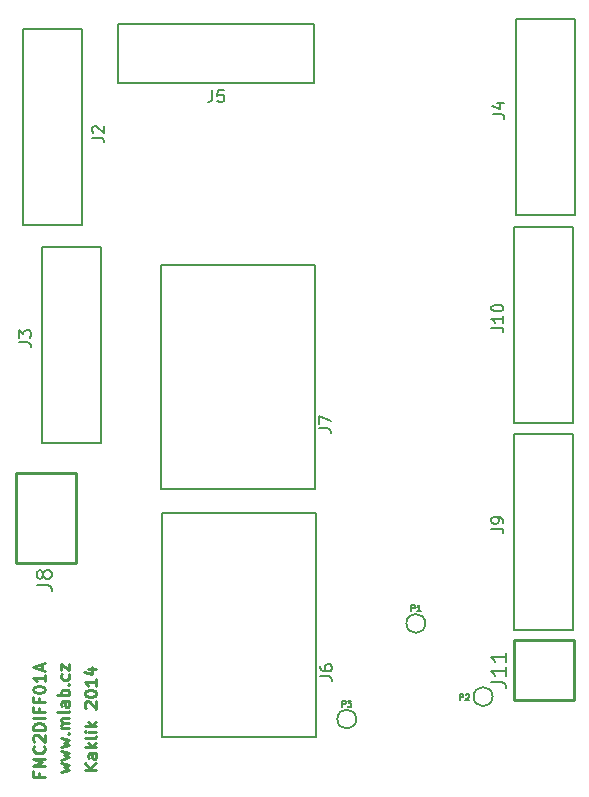
<source format=gto>
%FSLAX34Y34*%
G04 Gerber Fmt 3.4, Leading zero omitted, Abs format*
G04 (created by PCBNEW (2014-03-14 BZR 4749)-product) date Sat 15 Mar 2014 19:33:45 CET*
%MOIN*%
G01*
G70*
G90*
G04 APERTURE LIST*
%ADD10C,0.005906*%
%ADD11C,0.009843*%
%ADD12C,0.010000*%
%ADD13C,0.005000*%
%ADD14C,0.008000*%
G04 APERTURE END LIST*
G54D10*
G54D11*
X65315Y-50771D02*
X64922Y-50771D01*
X65315Y-50546D02*
X65090Y-50715D01*
X64922Y-50546D02*
X65147Y-50771D01*
X65315Y-50209D02*
X65109Y-50209D01*
X65072Y-50227D01*
X65053Y-50265D01*
X65053Y-50340D01*
X65072Y-50377D01*
X65297Y-50209D02*
X65315Y-50246D01*
X65315Y-50340D01*
X65297Y-50377D01*
X65259Y-50396D01*
X65222Y-50396D01*
X65184Y-50377D01*
X65165Y-50340D01*
X65165Y-50246D01*
X65147Y-50209D01*
X65315Y-50021D02*
X64922Y-50021D01*
X65165Y-49984D02*
X65315Y-49871D01*
X65053Y-49871D02*
X65203Y-50021D01*
X65315Y-49646D02*
X65297Y-49684D01*
X65259Y-49702D01*
X64922Y-49702D01*
X65315Y-49496D02*
X65053Y-49496D01*
X64922Y-49496D02*
X64940Y-49515D01*
X64959Y-49496D01*
X64940Y-49477D01*
X64922Y-49496D01*
X64959Y-49496D01*
X65315Y-49309D02*
X64922Y-49309D01*
X65165Y-49271D02*
X65315Y-49159D01*
X65053Y-49159D02*
X65203Y-49309D01*
X64959Y-48709D02*
X64940Y-48690D01*
X64922Y-48652D01*
X64922Y-48559D01*
X64940Y-48521D01*
X64959Y-48502D01*
X64997Y-48484D01*
X65034Y-48484D01*
X65090Y-48502D01*
X65315Y-48727D01*
X65315Y-48484D01*
X64922Y-48240D02*
X64922Y-48203D01*
X64940Y-48165D01*
X64959Y-48146D01*
X64997Y-48128D01*
X65072Y-48109D01*
X65165Y-48109D01*
X65240Y-48128D01*
X65278Y-48146D01*
X65297Y-48165D01*
X65315Y-48203D01*
X65315Y-48240D01*
X65297Y-48278D01*
X65278Y-48296D01*
X65240Y-48315D01*
X65165Y-48334D01*
X65072Y-48334D01*
X64997Y-48315D01*
X64959Y-48296D01*
X64940Y-48278D01*
X64922Y-48240D01*
X65315Y-47734D02*
X65315Y-47959D01*
X65315Y-47846D02*
X64922Y-47846D01*
X64978Y-47884D01*
X65015Y-47921D01*
X65034Y-47959D01*
X65053Y-47396D02*
X65315Y-47396D01*
X64903Y-47490D02*
X65184Y-47584D01*
X65184Y-47340D01*
X64147Y-50835D02*
X64410Y-50760D01*
X64222Y-50685D01*
X64410Y-50610D01*
X64147Y-50535D01*
X64147Y-50422D02*
X64410Y-50347D01*
X64222Y-50272D01*
X64410Y-50197D01*
X64147Y-50122D01*
X64147Y-50010D02*
X64410Y-49935D01*
X64222Y-49860D01*
X64410Y-49785D01*
X64147Y-49710D01*
X64372Y-49560D02*
X64391Y-49541D01*
X64410Y-49560D01*
X64391Y-49579D01*
X64372Y-49560D01*
X64410Y-49560D01*
X64410Y-49372D02*
X64147Y-49372D01*
X64185Y-49372D02*
X64166Y-49354D01*
X64147Y-49316D01*
X64147Y-49260D01*
X64166Y-49222D01*
X64204Y-49204D01*
X64410Y-49204D01*
X64204Y-49204D02*
X64166Y-49185D01*
X64147Y-49147D01*
X64147Y-49091D01*
X64166Y-49054D01*
X64204Y-49035D01*
X64410Y-49035D01*
X64410Y-48791D02*
X64391Y-48829D01*
X64354Y-48847D01*
X64016Y-48847D01*
X64410Y-48473D02*
X64204Y-48473D01*
X64166Y-48491D01*
X64147Y-48529D01*
X64147Y-48604D01*
X64166Y-48641D01*
X64391Y-48473D02*
X64410Y-48510D01*
X64410Y-48604D01*
X64391Y-48641D01*
X64354Y-48660D01*
X64316Y-48660D01*
X64279Y-48641D01*
X64260Y-48604D01*
X64260Y-48510D01*
X64241Y-48473D01*
X64410Y-48285D02*
X64016Y-48285D01*
X64166Y-48285D02*
X64147Y-48248D01*
X64147Y-48173D01*
X64166Y-48135D01*
X64185Y-48116D01*
X64222Y-48098D01*
X64335Y-48098D01*
X64372Y-48116D01*
X64391Y-48135D01*
X64410Y-48173D01*
X64410Y-48248D01*
X64391Y-48285D01*
X64372Y-47929D02*
X64391Y-47910D01*
X64410Y-47929D01*
X64391Y-47948D01*
X64372Y-47929D01*
X64410Y-47929D01*
X64391Y-47573D02*
X64410Y-47610D01*
X64410Y-47685D01*
X64391Y-47723D01*
X64372Y-47741D01*
X64335Y-47760D01*
X64222Y-47760D01*
X64185Y-47741D01*
X64166Y-47723D01*
X64147Y-47685D01*
X64147Y-47610D01*
X64166Y-47573D01*
X64147Y-47441D02*
X64147Y-47235D01*
X64410Y-47441D01*
X64410Y-47235D01*
X63397Y-50858D02*
X63397Y-50989D01*
X63603Y-50989D02*
X63209Y-50989D01*
X63209Y-50802D01*
X63603Y-50652D02*
X63209Y-50652D01*
X63490Y-50521D01*
X63209Y-50389D01*
X63603Y-50389D01*
X63565Y-49977D02*
X63584Y-49996D01*
X63603Y-50052D01*
X63603Y-50089D01*
X63584Y-50146D01*
X63547Y-50183D01*
X63509Y-50202D01*
X63434Y-50221D01*
X63378Y-50221D01*
X63303Y-50202D01*
X63265Y-50183D01*
X63228Y-50146D01*
X63209Y-50089D01*
X63209Y-50052D01*
X63228Y-49996D01*
X63247Y-49977D01*
X63247Y-49827D02*
X63228Y-49808D01*
X63209Y-49771D01*
X63209Y-49677D01*
X63228Y-49640D01*
X63247Y-49621D01*
X63284Y-49602D01*
X63322Y-49602D01*
X63378Y-49621D01*
X63603Y-49846D01*
X63603Y-49602D01*
X63603Y-49433D02*
X63209Y-49433D01*
X63209Y-49340D01*
X63228Y-49283D01*
X63265Y-49246D01*
X63303Y-49227D01*
X63378Y-49208D01*
X63434Y-49208D01*
X63509Y-49227D01*
X63547Y-49246D01*
X63584Y-49283D01*
X63603Y-49340D01*
X63603Y-49433D01*
X63603Y-49040D02*
X63209Y-49040D01*
X63397Y-48721D02*
X63397Y-48852D01*
X63603Y-48852D02*
X63209Y-48852D01*
X63209Y-48665D01*
X63397Y-48383D02*
X63397Y-48515D01*
X63603Y-48515D02*
X63209Y-48515D01*
X63209Y-48327D01*
X63209Y-48102D02*
X63209Y-48065D01*
X63228Y-48027D01*
X63247Y-48008D01*
X63284Y-47990D01*
X63359Y-47971D01*
X63453Y-47971D01*
X63528Y-47990D01*
X63565Y-48008D01*
X63584Y-48027D01*
X63603Y-48065D01*
X63603Y-48102D01*
X63584Y-48140D01*
X63565Y-48158D01*
X63528Y-48177D01*
X63453Y-48196D01*
X63359Y-48196D01*
X63284Y-48177D01*
X63247Y-48158D01*
X63228Y-48140D01*
X63209Y-48102D01*
X63603Y-47596D02*
X63603Y-47821D01*
X63603Y-47709D02*
X63209Y-47709D01*
X63265Y-47746D01*
X63303Y-47784D01*
X63322Y-47821D01*
X63490Y-47446D02*
X63490Y-47259D01*
X63603Y-47484D02*
X63209Y-47352D01*
X63603Y-47221D01*
G54D10*
X72637Y-49681D02*
X72637Y-42200D01*
X72637Y-42200D02*
X67519Y-42200D01*
X67519Y-42200D02*
X67519Y-49681D01*
X67519Y-49681D02*
X72637Y-49681D01*
X64842Y-26062D02*
X64842Y-32598D01*
X64842Y-32598D02*
X62874Y-32598D01*
X62874Y-32598D02*
X62874Y-26062D01*
X62874Y-26062D02*
X64842Y-26062D01*
G54D12*
X64622Y-43862D02*
X64622Y-40862D01*
X64622Y-40862D02*
X62622Y-40862D01*
X62622Y-40862D02*
X62622Y-42862D01*
X64622Y-43862D02*
X63622Y-43862D01*
X62622Y-43862D02*
X63622Y-43862D01*
X62622Y-42862D02*
X62622Y-43862D01*
X81236Y-48440D02*
X81236Y-46440D01*
X79236Y-48440D02*
X79236Y-46440D01*
X81236Y-46440D02*
X79236Y-46440D01*
X81236Y-48440D02*
X80236Y-48440D01*
X79236Y-48440D02*
X80236Y-48440D01*
G54D10*
X63503Y-39881D02*
X63503Y-33346D01*
X63503Y-33346D02*
X65472Y-33346D01*
X65472Y-33346D02*
X65472Y-39881D01*
X65472Y-39881D02*
X63503Y-39881D01*
X79291Y-32283D02*
X79291Y-25748D01*
X79291Y-25748D02*
X81259Y-25748D01*
X81259Y-25748D02*
X81259Y-32283D01*
X81259Y-32283D02*
X79291Y-32283D01*
X66023Y-25905D02*
X72559Y-25905D01*
X72559Y-25905D02*
X72559Y-27874D01*
X72559Y-27874D02*
X66023Y-27874D01*
X66023Y-27874D02*
X66023Y-25905D01*
X72598Y-41413D02*
X72598Y-33933D01*
X72598Y-33933D02*
X67480Y-33933D01*
X67480Y-33933D02*
X67480Y-41413D01*
X67480Y-41413D02*
X72598Y-41413D01*
X79251Y-46102D02*
X79251Y-39566D01*
X79251Y-39566D02*
X81220Y-39566D01*
X81220Y-39566D02*
X81220Y-46102D01*
X81220Y-46102D02*
X79251Y-46102D01*
X79251Y-39212D02*
X79251Y-32677D01*
X79251Y-32677D02*
X81220Y-32677D01*
X81220Y-32677D02*
X81220Y-39212D01*
X81220Y-39212D02*
X79251Y-39212D01*
G54D13*
X76280Y-45885D02*
G75*
G03X76280Y-45885I-316J0D01*
G74*
G01*
X78524Y-48326D02*
G75*
G03X78524Y-48326I-316J0D01*
G74*
G01*
X73977Y-49074D02*
G75*
G03X73977Y-49074I-316J0D01*
G74*
G01*
G54D10*
X72776Y-47646D02*
X73057Y-47646D01*
X73113Y-47665D01*
X73151Y-47703D01*
X73170Y-47759D01*
X73170Y-47796D01*
X72776Y-47290D02*
X72776Y-47365D01*
X72795Y-47403D01*
X72814Y-47422D01*
X72870Y-47459D01*
X72945Y-47478D01*
X73095Y-47478D01*
X73132Y-47459D01*
X73151Y-47440D01*
X73170Y-47403D01*
X73170Y-47328D01*
X73151Y-47290D01*
X73132Y-47272D01*
X73095Y-47253D01*
X73001Y-47253D01*
X72964Y-47272D01*
X72945Y-47290D01*
X72926Y-47328D01*
X72926Y-47403D01*
X72945Y-47440D01*
X72964Y-47459D01*
X73001Y-47478D01*
X65178Y-29698D02*
X65459Y-29698D01*
X65515Y-29716D01*
X65553Y-29754D01*
X65571Y-29810D01*
X65571Y-29848D01*
X65215Y-29529D02*
X65196Y-29510D01*
X65178Y-29473D01*
X65178Y-29379D01*
X65196Y-29341D01*
X65215Y-29323D01*
X65253Y-29304D01*
X65290Y-29304D01*
X65346Y-29323D01*
X65571Y-29548D01*
X65571Y-29304D01*
G54D14*
X63328Y-44615D02*
X63685Y-44615D01*
X63757Y-44639D01*
X63804Y-44686D01*
X63828Y-44758D01*
X63828Y-44805D01*
X63542Y-44305D02*
X63519Y-44353D01*
X63495Y-44377D01*
X63447Y-44401D01*
X63423Y-44401D01*
X63376Y-44377D01*
X63352Y-44353D01*
X63328Y-44305D01*
X63328Y-44210D01*
X63352Y-44163D01*
X63376Y-44139D01*
X63423Y-44115D01*
X63447Y-44115D01*
X63495Y-44139D01*
X63519Y-44163D01*
X63542Y-44210D01*
X63542Y-44305D01*
X63566Y-44353D01*
X63590Y-44377D01*
X63638Y-44401D01*
X63733Y-44401D01*
X63780Y-44377D01*
X63804Y-44353D01*
X63828Y-44305D01*
X63828Y-44210D01*
X63804Y-44163D01*
X63780Y-44139D01*
X63733Y-44115D01*
X63638Y-44115D01*
X63590Y-44139D01*
X63566Y-44163D01*
X63542Y-44210D01*
X78462Y-47845D02*
X78819Y-47845D01*
X78890Y-47869D01*
X78938Y-47917D01*
X78962Y-47988D01*
X78962Y-48036D01*
X78962Y-47345D02*
X78962Y-47631D01*
X78962Y-47488D02*
X78462Y-47488D01*
X78533Y-47536D01*
X78581Y-47583D01*
X78605Y-47631D01*
X78962Y-46869D02*
X78962Y-47155D01*
X78962Y-47012D02*
X78462Y-47012D01*
X78533Y-47059D01*
X78581Y-47107D01*
X78605Y-47155D01*
G54D10*
X62737Y-36509D02*
X63018Y-36509D01*
X63074Y-36527D01*
X63112Y-36565D01*
X63130Y-36621D01*
X63130Y-36659D01*
X62737Y-36359D02*
X62737Y-36115D01*
X62887Y-36246D01*
X62887Y-36190D01*
X62905Y-36152D01*
X62924Y-36134D01*
X62962Y-36115D01*
X63055Y-36115D01*
X63093Y-36134D01*
X63112Y-36152D01*
X63130Y-36190D01*
X63130Y-36302D01*
X63112Y-36340D01*
X63093Y-36359D01*
X78524Y-28910D02*
X78805Y-28910D01*
X78862Y-28929D01*
X78899Y-28967D01*
X78918Y-29023D01*
X78918Y-29060D01*
X78655Y-28554D02*
X78918Y-28554D01*
X78505Y-28648D02*
X78787Y-28742D01*
X78787Y-28498D01*
X69179Y-28111D02*
X69179Y-28392D01*
X69161Y-28448D01*
X69123Y-28486D01*
X69067Y-28504D01*
X69029Y-28504D01*
X69554Y-28111D02*
X69367Y-28111D01*
X69348Y-28298D01*
X69367Y-28279D01*
X69404Y-28261D01*
X69498Y-28261D01*
X69535Y-28279D01*
X69554Y-28298D01*
X69573Y-28336D01*
X69573Y-28429D01*
X69554Y-28467D01*
X69535Y-28486D01*
X69498Y-28504D01*
X69404Y-28504D01*
X69367Y-28486D01*
X69348Y-28467D01*
X72737Y-39379D02*
X73018Y-39379D01*
X73074Y-39398D01*
X73112Y-39435D01*
X73130Y-39491D01*
X73130Y-39529D01*
X72737Y-39229D02*
X72737Y-38966D01*
X73130Y-39135D01*
X78485Y-42729D02*
X78766Y-42729D01*
X78822Y-42748D01*
X78860Y-42785D01*
X78878Y-42842D01*
X78878Y-42879D01*
X78878Y-42523D02*
X78878Y-42448D01*
X78860Y-42410D01*
X78841Y-42392D01*
X78785Y-42354D01*
X78710Y-42335D01*
X78560Y-42335D01*
X78522Y-42354D01*
X78503Y-42373D01*
X78485Y-42410D01*
X78485Y-42485D01*
X78503Y-42523D01*
X78522Y-42542D01*
X78560Y-42560D01*
X78653Y-42560D01*
X78691Y-42542D01*
X78710Y-42523D01*
X78728Y-42485D01*
X78728Y-42410D01*
X78710Y-42373D01*
X78691Y-42354D01*
X78653Y-42335D01*
X78485Y-36027D02*
X78766Y-36027D01*
X78822Y-36046D01*
X78860Y-36083D01*
X78878Y-36139D01*
X78878Y-36177D01*
X78878Y-35633D02*
X78878Y-35858D01*
X78878Y-35746D02*
X78485Y-35746D01*
X78541Y-35783D01*
X78578Y-35821D01*
X78597Y-35858D01*
X78485Y-35389D02*
X78485Y-35352D01*
X78503Y-35314D01*
X78522Y-35296D01*
X78560Y-35277D01*
X78635Y-35258D01*
X78728Y-35258D01*
X78803Y-35277D01*
X78841Y-35296D01*
X78860Y-35314D01*
X78878Y-35352D01*
X78878Y-35389D01*
X78860Y-35427D01*
X78841Y-35446D01*
X78803Y-35464D01*
X78728Y-35483D01*
X78635Y-35483D01*
X78560Y-35464D01*
X78522Y-35446D01*
X78503Y-35427D01*
X78485Y-35389D01*
G54D13*
X75816Y-45477D02*
X75816Y-45277D01*
X75893Y-45277D01*
X75912Y-45286D01*
X75921Y-45296D01*
X75931Y-45315D01*
X75931Y-45343D01*
X75921Y-45363D01*
X75912Y-45372D01*
X75893Y-45382D01*
X75816Y-45382D01*
X76121Y-45477D02*
X76007Y-45477D01*
X76064Y-45477D02*
X76064Y-45277D01*
X76045Y-45305D01*
X76026Y-45324D01*
X76007Y-45334D01*
X77431Y-48436D02*
X77431Y-48236D01*
X77507Y-48236D01*
X77526Y-48246D01*
X77535Y-48255D01*
X77545Y-48275D01*
X77545Y-48303D01*
X77535Y-48322D01*
X77526Y-48332D01*
X77507Y-48341D01*
X77431Y-48341D01*
X77621Y-48255D02*
X77631Y-48246D01*
X77650Y-48236D01*
X77697Y-48236D01*
X77716Y-48246D01*
X77726Y-48255D01*
X77735Y-48275D01*
X77735Y-48294D01*
X77726Y-48322D01*
X77612Y-48436D01*
X77735Y-48436D01*
X73513Y-48666D02*
X73513Y-48466D01*
X73589Y-48466D01*
X73609Y-48475D01*
X73618Y-48485D01*
X73628Y-48504D01*
X73628Y-48532D01*
X73618Y-48551D01*
X73609Y-48561D01*
X73589Y-48571D01*
X73513Y-48571D01*
X73694Y-48466D02*
X73818Y-48466D01*
X73751Y-48542D01*
X73780Y-48542D01*
X73799Y-48551D01*
X73809Y-48561D01*
X73818Y-48580D01*
X73818Y-48628D01*
X73809Y-48647D01*
X73799Y-48656D01*
X73780Y-48666D01*
X73723Y-48666D01*
X73704Y-48656D01*
X73694Y-48647D01*
M02*

</source>
